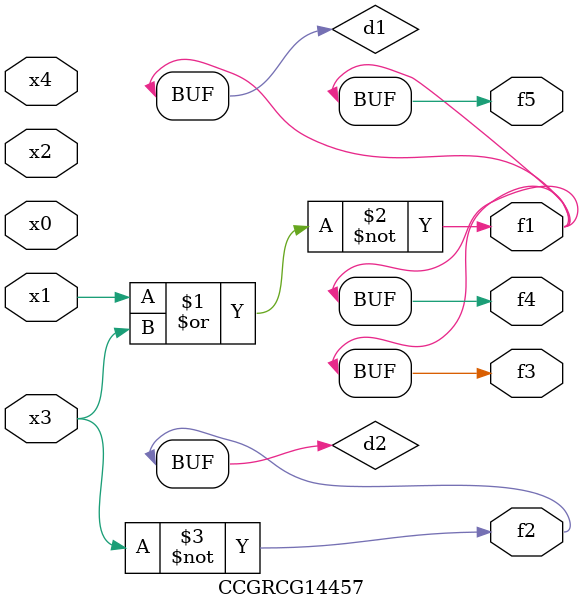
<source format=v>
module CCGRCG14457(
	input x0, x1, x2, x3, x4,
	output f1, f2, f3, f4, f5
);

	wire d1, d2;

	nor (d1, x1, x3);
	not (d2, x3);
	assign f1 = d1;
	assign f2 = d2;
	assign f3 = d1;
	assign f4 = d1;
	assign f5 = d1;
endmodule

</source>
